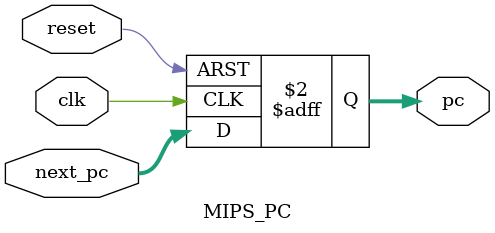
<source format=v>
module MIPS_PC(input clk, input reset, input [31:0] next_pc, output reg [31:0] pc);
  always @(posedge clk or posedge reset) begin
    if (reset)
      pc <= 0;
    else
      pc <= next_pc;
  end
endmodule

</source>
